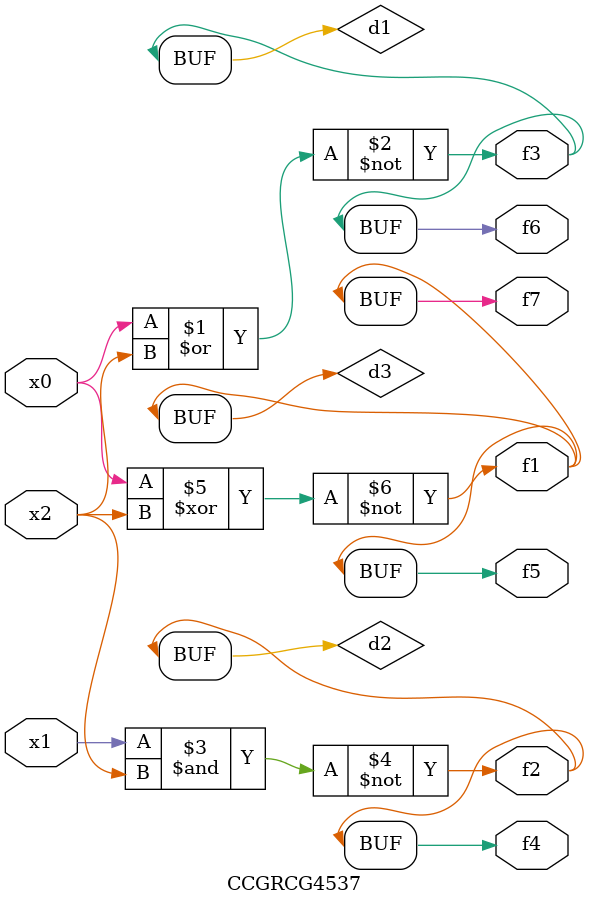
<source format=v>
module CCGRCG4537(
	input x0, x1, x2,
	output f1, f2, f3, f4, f5, f6, f7
);

	wire d1, d2, d3;

	nor (d1, x0, x2);
	nand (d2, x1, x2);
	xnor (d3, x0, x2);
	assign f1 = d3;
	assign f2 = d2;
	assign f3 = d1;
	assign f4 = d2;
	assign f5 = d3;
	assign f6 = d1;
	assign f7 = d3;
endmodule

</source>
